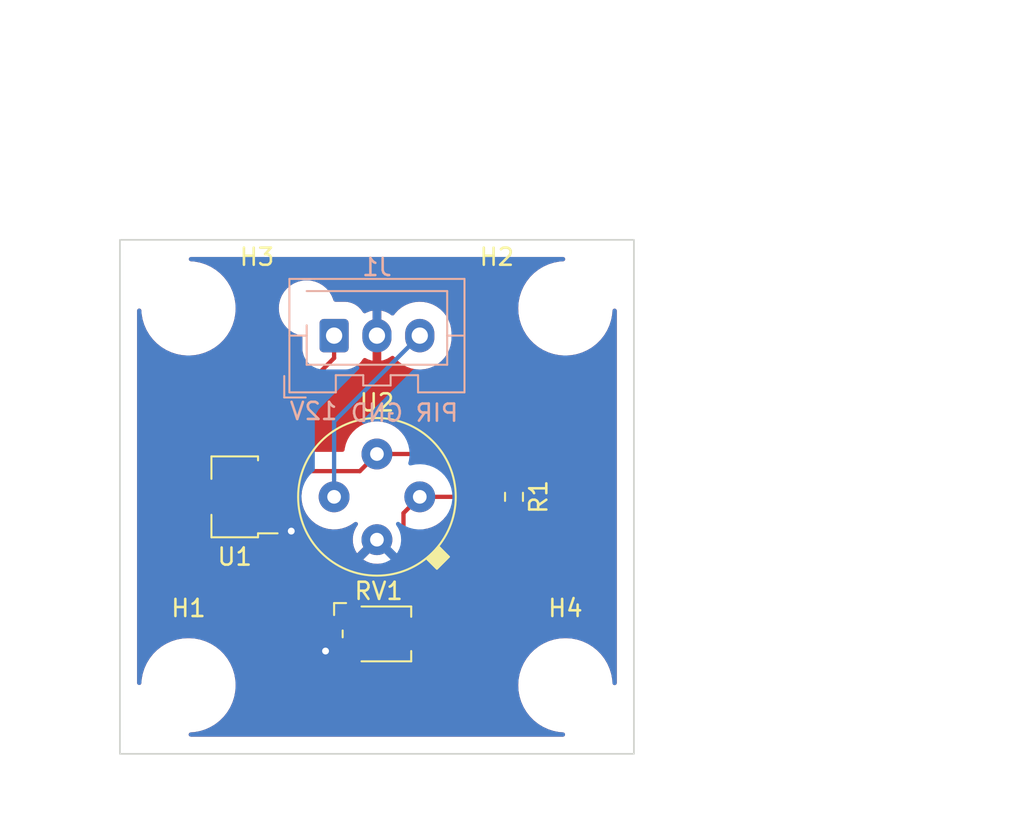
<source format=kicad_pcb>
(kicad_pcb (version 20211014) (generator pcbnew)
  (layers (0 "F.Cu" signal) (31 "B.Cu" signal) (34 "B.Paste" user) (35 "F.Paste" user) (36 "B.SilkS" user "B.Silkscreen") (37 "F.SilkS" user "F.Silkscreen") (38 "B.Mask" user) (39 "F.Mask" user) (44 "Edge.Cuts" user))
  (net 0 "")
  (net 1 "+12V")
  (net 2 "GND")
  (net 3 "/PIR_1")
  (net 4 "Net-(R1-Pad1)")
  (net 5 "Net-(R1-Pad2)")
  (footprint "MountingHole:MountingHole_3.5mm" (layer "F.Cu") (at 137 117)
    (fp_text reference "H4" (at 0 -4.5) (layer "F.SilkS"))
    (fp_text value "MountingHole")
    (pad "" np_thru_hole circle (at 0 0) (size 3.5 3.5) (drill 3.5) (layers *.Cu *.Mask))
  )
  (footprint "Package_TO_SOT_SMD:SOT-89-3" (layer "F.Cu") (at 118 106 180)
    (fp_text reference "U1" (at 0.3 -3.5) (layer "F.SilkS"))
    (fp_text value "HT75xx-1-SOT89")
    (fp_line (start -1.06 -2.36) (end -1.06 -2.13) (layer "F.SilkS") (width 0.12))
    (fp_line (start 1.66 1.05) (end 1.66 2.36) (layer "F.SilkS") (width 0.12))
    (fp_line (start -2.2 -2.13) (end -1.06 -2.13) (layer "F.SilkS") (width 0.12))
    (fp_line (start 1.66 -2.36) (end 1.66 -1.05) (layer "F.SilkS") (width 0.12))
    (fp_line (start -1.06 -2.36) (end 1.66 -2.36) (layer "F.SilkS") (width 0.12))
    (fp_line (start -1.06 2.36) (end -1.06 2.13) (layer "F.SilkS") (width 0.12))
    (fp_line (start 1.66 2.36) (end -1.06 2.36) (layer "F.SilkS") (width 0.12))
    (pad "1" smd rect (at -1.65 -1.5 180) (size 1.3 0.9) (layers "F.Cu" "F.Paste" "F.Mask") (net 2 "GND"))
    (pad "2" smd custom (at -1.5625 0 180) (size 1.475 0.9) (layers "F.Cu" "F.Paste" "F.Mask") (net 1 "+12V") (options (clearance outline) (anchor rect)) (primitives (gr_poly (pts (xy 3.8625 0.8665) (xy 0.7375 0.8665) (xy 0.7375 -0.8665) (xy 3.8625 -0.8665)) (width 0) (fill yes))))
    (pad "3" smd rect (at -1.65 1.5 180) (size 1.3 0.9) (layers "F.Cu" "F.Paste" "F.Mask") (net 4 "Net-(R1-Pad1)"))
  )
  (footprint "MountingHole:MountingHole_3.5mm" (layer "F.Cu") (at 137 95)
    (fp_text reference "H2" (at -4 -3) (layer "F.SilkS"))
    (fp_text value "MountingHole")
    (pad "" np_thru_hole circle (at 0 0) (size 3.5 3.5) (drill 3.5) (layers *.Cu *.Mask))
  )
  (footprint "Potentiometer_SMD:Potentiometer_Bourns_TC33X_Vertical" (layer "F.Cu") (at 126.1 114)
    (fp_text reference "RV1" (at 0 -2.5) (layer "F.SilkS"))
    (fp_text value "R_Potentiometer")
    (fp_line (start -1.9 -1.8) (end -2.6 -1.8) (layer "F.SilkS") (width 0.12))
    (fp_line (start -1 1.6) (end 1.9 1.6) (layer "F.SilkS") (width 0.12))
    (fp_line (start -2.6 -1.8) (end -2.6 -1.1) (layer "F.SilkS") (width 0.12))
    (fp_line (start -2.1 -0.2) (end -2.1 0.2) (layer "F.SilkS") (width 0.12))
    (fp_line (start -1 -1.6) (end 1.9 -1.6) (layer "F.SilkS") (width 0.12))
    (fp_line (start 1.9 1.6) (end 1.9 1) (layer "F.SilkS") (width 0.12))
    (fp_line (start 1.9 -1.6) (end 1.9 -1) (layer "F.SilkS") (width 0.12))
    (pad "1" smd rect (at -1.8 -1) (size 1.2 1.2) (layers "F.Cu" "F.Paste" "F.Mask"))
    (pad "2" smd rect (at 1.45 0) (size 1.5 1.6) (layers "F.Cu" "F.Paste" "F.Mask") (net 5 "Net-(R1-Pad2)"))
    (pad "3" smd rect (at -1.8 1) (size 1.2 1.2) (layers "F.Cu" "F.Paste" "F.Mask") (net 2 "GND"))
  )
  (footprint "MountingHole:MountingHole_3.5mm" (layer "F.Cu") (at 115 117)
    (fp_text reference "H1" (at 0 -4.5) (layer "F.SilkS"))
    (fp_text value "MountingHole")
    (pad "" np_thru_hole circle (at 0 0) (size 3.5 3.5) (drill 3.5) (layers *.Cu *.Mask))
  )
  (footprint "cacophony-footprints:PIR_P924M-S" (layer "F.Cu") (at 126 106)
    (fp_text reference "U2" (at 0 -5.5 unlocked) (layer "F.SilkS"))
    (fp_text value "PIR_P924M-S")
    (fp_circle (center 0 0) (end 0 4.6) (layer "F.SilkS") (width 0.12) (fill none))
    (fp_poly (pts (xy 4.2 3.5) (xy 3.5 4.2) (xy 2.9 3.6) (xy 3.3 3.3) (xy 3.6 2.9)) (layer "F.SilkS") (width 0.12) (fill solid))
    (pad "1" thru_hole circle (at 0 2.5) (size 1.8 1.8) (drill 0.8) (layers *.Cu *.Mask) (net 2 "GND"))
    (pad "2" thru_hole circle (at 2.5 0) (size 1.8 1.8) (drill 0.8) (layers *.Cu *.Mask) (net 5 "Net-(R1-Pad2)"))
    (pad "3" thru_hole circle (at 0 -2.5) (size 1.8 1.8) (drill 0.8) (layers *.Cu *.Mask) (net 4 "Net-(R1-Pad1)"))
    (pad "4" thru_hole circle (at -2.5 0) (size 1.8 1.8) (drill 0.8) (layers *.Cu *.Mask) (net 3 "/PIR_1"))
  )
  (footprint "MountingHole:MountingHole_3.5mm" (layer "F.Cu") (at 115 95)
    (fp_text reference "H3" (at 4 -3) (layer "F.SilkS"))
    (fp_text value "MountingHole")
    (pad "" np_thru_hole circle (at 0 0) (size 3.5 3.5) (drill 3.5) (layers *.Cu *.Mask))
  )
  (footprint "Resistor_SMD:R_0603_1608Metric" (layer "F.Cu") (at 134 106 -90)
    (fp_text reference "R1" (at 0 -1.43 90) (layer "F.SilkS"))
    (fp_text value "82K")
    (fp_line (start -0.237258 -0.5225) (end 0.237258 -0.5225) (layer "F.SilkS") (width 0.12))
    (fp_line (start -0.237258 0.5225) (end 0.237258 0.5225) (layer "F.SilkS") (width 0.12))
    (pad "1" smd roundrect (at -0.825 0 270) (size 0.8 0.95) (layers "F.Cu" "F.Paste" "F.Mask") (net 4 "Net-(R1-Pad1)"))
    (pad "2" smd roundrect (at 0.825 0 270) (size 0.8 0.95) (layers "F.Cu" "F.Paste" "F.Mask") (net 5 "Net-(R1-Pad2)"))
  )
  (footprint "cacophony-library:CONN-TH_B03B-XASK-1-A-LF-SN" (layer "B.Cu") (at 126 96.6 180)
    (fp_text reference "J1" (at 0 4) (layer "B.SilkS") (effects (justify mirror)))
    (fp_text value "Conn_01x03" hide)
    (fp_line (start -4.1 2.609145) (end 4.1 2.609145) (layer "B.SilkS") (width 0.12))
    (fp_line (start 5.11 3.319145) (end -5.11 3.319145) (layer "B.SilkS") (width 0.12))
    (fp_line (start -0.8 -2.900855) (end 0.8 -2.900855) (layer "B.SilkS") (width 0.12))
    (fp_line (start -5.11 -3.300855) (end -2.4 -3.300855) (layer "B.SilkS") (width 0.12))
    (fp_line (start -4.1 -1.690855) (end -4.1 2.609145) (layer "B.SilkS") (width 0.12))
    (fp_line (start 0.8 -2.300855) (end 2.4 -2.300855) (layer "B.SilkS") (width 0.12))
    (fp_line (start -5.11 0.009145) (end -4.1 0.009145) (layer "B.SilkS") (width 0.12))
    (fp_line (start 2.4 -3.300855) (end 5.11 -3.300855) (layer "B.SilkS") (width 0.12))
    (fp_line (start 5.11 -3.300855) (end 5.11 3.319145) (layer "B.SilkS") (width 0.12))
    (fp_line (start 0.8 -2.900855) (end 0.8 -2.300855) (layer "B.SilkS") (width 0.12))
    (fp_line (start 4.1 -1.690855) (end -4.1 -1.690855) (layer "B.SilkS") (width 0.12))
    (fp_line (start -0.8 -2.300855) (end -0.8 -2.900855) (layer "B.SilkS") (width 0.12))
    (fp_line (start 2.4 -2.300855) (end 2.4 -3.300855) (layer "B.SilkS") (width 0.12))
    (fp_line (start 5.11 0.009145) (end 4.1 0.009145) (layer "B.SilkS") (width 0.12))
    (fp_line (start 4.16 -3.600855) (end 5.41 -3.600855) (layer "B.SilkS") (width 0.12))
    (fp_line (start 4.1 0.609145) (end 4.1 -1.690855) (layer "B.SilkS") (width 0.12))
    (fp_line (start -2.4 -3.300855) (end -2.4 -2.300855) (layer "B.SilkS") (width 0.12))
    (fp_line (start -2.4 -2.300855) (end -0.8 -2.300855) (layer "B.SilkS") (width 0.12))
    (fp_line (start 5.41 -3.600855) (end 5.41 -2.350855) (layer "B.SilkS") (width 0.12))
    (fp_line (start -5.11 3.319145) (end -5.11 -3.300855) (layer "B.SilkS") (width 0.12))
    (pad "" np_thru_hole circle (at 4.1 1.609145) (size 1.25 1.25) (drill 1.25) (layers *.Cu *.Mask))
    (pad "1" thru_hole roundrect (at 2.5 0.009145) (size 1.7 1.95) (drill 0.95) (layers *.Cu *.Mask) (roundrect_rratio 0.1470588235) (net 1 "+12V"))
    (pad "2" thru_hole oval (at 0 0.009145) (size 1.7 1.95) (drill 0.95) (layers *.Cu *.Mask) (net 2 "GND"))
    (pad "3" thru_hole oval (at -2.5 0.009145) (size 1.7 1.95) (drill 0.95) (layers *.Cu *.Mask) (net 3 "/PIR_1"))
  )
  (gr_rect (start 111 121) (end 141 91) (layer "Edge.Cuts") (width 0.1) (fill none))
  (gr_text "12V" (at 122.3 101) (layer "B.SilkS") (effects (font (size 1 1)) (justify mirror)))
  (gr_text "PIR" (at 129.5 101.1) (layer "B.SilkS") (effects (font (size 1 1)) (justify mirror)))
  (gr_text "GND" (at 126 101.1) (layer "B.SilkS") (effects (font (size 1 1)) (justify mirror)))
  (segment (start 118.3 104.9) (end 119.4 106) (width 0.25) (layer "F.Cu") (net 1))
  (segment (start 123.5 96.590855) (end 123.5 97.9) (width 0.25) (layer "F.Cu") (net 1))
  (segment (start 123.5 97.9) (end 118.3 103.1) (width 0.25) (layer "F.Cu") (net 1))
  (segment (start 118.3 103.1) (end 118.3 104.9) (width 0.25) (layer "F.Cu") (net 1))
  (segment (start 119.4 106) (end 119.5625 106) (width 0.25) (layer "F.Cu") (net 1))
  (segment (start 124.3 115) (end 123 115) (width 0.25) (layer "F.Cu") (net 2))
  (segment (start 120.5 107.5) (end 121 108) (width 0.25) (layer "F.Cu") (net 2))
  (segment (start 119.65 107.5) (end 120.5 107.5) (width 0.25) (layer "F.Cu") (net 2))
  (via (at 121 108) (size 0.8) (drill 0.4) (layers "F.Cu" "B.Cu") (net 2))
  (via (at 123 115) (size 0.8) (drill 0.4) (layers "F.Cu" "B.Cu") (net 2))
  (segment (start 123.5 101.590855) (end 128.5 96.590855) (width 0.25) (layer "B.Cu") (net 3))
  (segment (start 123.5 106) (end 123.5 101.590855) (width 0.25) (layer "B.Cu") (net 3))
  (segment (start 132.325 103.5) (end 134 105.175) (width 0.25) (layer "F.Cu") (net 4))
  (segment (start 119.65 104.5) (end 125 104.5) (width 0.25) (layer "F.Cu") (net 4))
  (segment (start 126 103.5) (end 132.325 103.5) (width 0.25) (layer "F.Cu") (net 4))
  (segment (start 125 104.5) (end 126 103.5) (width 0.25) (layer "F.Cu") (net 4))
  (segment (start 133.175 106) (end 134 106.825) (width 0.25) (layer "F.Cu") (net 5))
  (segment (start 127.55 106.95) (end 128.5 106) (width 0.25) (layer "F.Cu") (net 5))
  (segment (start 127.55 114) (end 127.55 106.95) (width 0.25) (layer "F.Cu") (net 5))
  (segment (start 128.5 106) (end 133.175 106) (width 0.25) (layer "F.Cu") (net 5))
  (zone (net 2) (net_name "GND") (layers F&B.Cu) (connect_pads (clearance 1)) (min_thickness 0.254) (fill yes (thermal_gap 0.508) (thermal_bridge_width 0.508))
    (polygon (pts (xy 146 85) (xy 147 125) (xy 104 125) (xy 106 87)))
  )
)
</source>
